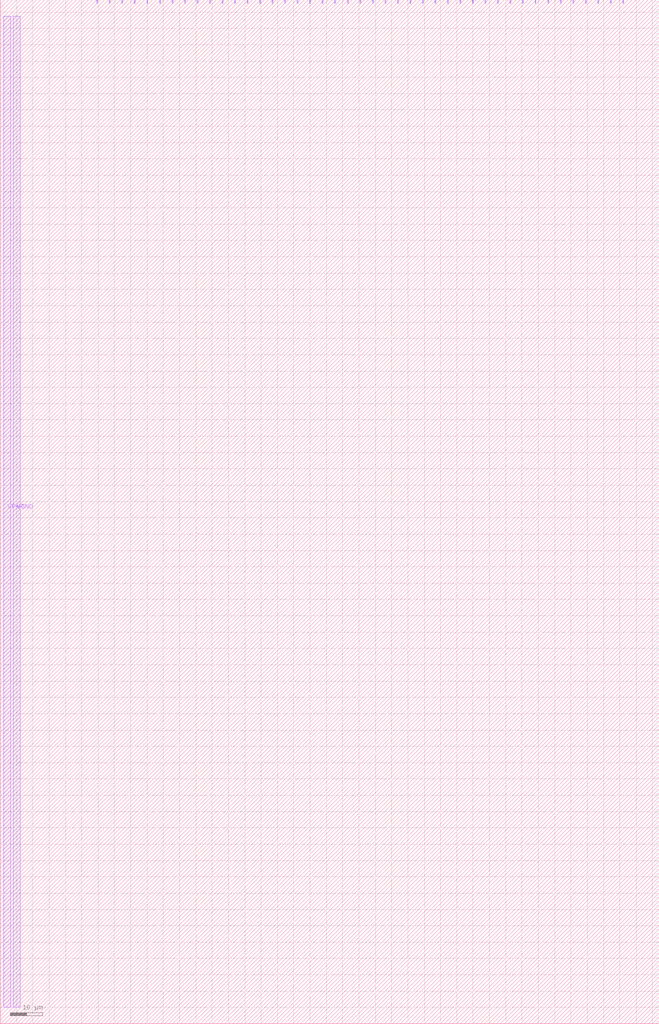
<source format=lef>
VERSION 5.7 ;
  NOWIREEXTENSIONATPIN ON ;
  DIVIDERCHAR "/" ;
  BUSBITCHARS "[]" ;
MACRO tt_um_dpi_adexp
  CLASS BLOCK ;
  FOREIGN tt_um_dpi_adexp ;
  ORIGIN 0.000 0.000 ;
  SIZE 202.080 BY 313.740 ;
  PIN clk
    DIRECTION INPUT ;
    USE SIGNAL ;
    PORT
      LAYER Metal5 ;
        RECT 187.050 312.740 187.350 313.740 ;
    END
  END clk
  PIN ena
    DIRECTION INPUT ;
    USE SIGNAL ;
    PORT
      LAYER Metal5 ;
        RECT 190.890 312.740 191.190 313.740 ;
    END
  END ena
  PIN rst_n
    DIRECTION INPUT ;
    USE SIGNAL ;
    PORT
      LAYER Metal5 ;
        RECT 183.210 312.740 183.510 313.740 ;
    END
  END rst_n
  PIN ui_in[0]
    DIRECTION INPUT ;
    USE SIGNAL ;
    PORT
      LAYER Metal5 ;
        RECT 179.370 312.740 179.670 313.740 ;
    END
  END ui_in[0]
  PIN ui_in[1]
    DIRECTION INPUT ;
    USE SIGNAL ;
    PORT
      LAYER Metal5 ;
        RECT 175.530 312.740 175.830 313.740 ;
    END
  END ui_in[1]
  PIN ui_in[2]
    DIRECTION INPUT ;
    USE SIGNAL ;
    PORT
      LAYER Metal5 ;
        RECT 171.690 312.740 171.990 313.740 ;
    END
  END ui_in[2]
  PIN ui_in[3]
    DIRECTION INPUT ;
    USE SIGNAL ;
    PORT
      LAYER Metal5 ;
        RECT 167.850 312.740 168.150 313.740 ;
    END
  END ui_in[3]
  PIN ui_in[4]
    DIRECTION INPUT ;
    USE SIGNAL ;
    PORT
      LAYER Metal5 ;
        RECT 164.010 312.740 164.310 313.740 ;
    END
  END ui_in[4]
  PIN ui_in[5]
    DIRECTION INPUT ;
    USE SIGNAL ;
    PORT
      LAYER Metal5 ;
        RECT 160.170 312.740 160.470 313.740 ;
    END
  END ui_in[5]
  PIN ui_in[6]
    DIRECTION INPUT ;
    USE SIGNAL ;
    PORT
      LAYER Metal5 ;
        RECT 156.330 312.740 156.630 313.740 ;
    END
  END ui_in[6]
  PIN ui_in[7]
    DIRECTION INPUT ;
    USE SIGNAL ;
    PORT
      LAYER Metal5 ;
        RECT 152.490 312.740 152.790 313.740 ;
    END
  END ui_in[7]
  PIN uio_in[0]
    DIRECTION INPUT ;
    USE SIGNAL ;
    PORT
      LAYER Metal5 ;
        RECT 148.650 312.740 148.950 313.740 ;
    END
  END uio_in[0]
  PIN uio_in[1]
    DIRECTION INPUT ;
    USE SIGNAL ;
    PORT
      LAYER Metal5 ;
        RECT 144.810 312.740 145.110 313.740 ;
    END
  END uio_in[1]
  PIN uio_in[2]
    DIRECTION INPUT ;
    USE SIGNAL ;
    PORT
      LAYER Metal5 ;
        RECT 140.970 312.740 141.270 313.740 ;
    END
  END uio_in[2]
  PIN uio_in[3]
    DIRECTION INPUT ;
    USE SIGNAL ;
    PORT
      LAYER Metal5 ;
        RECT 137.130 312.740 137.430 313.740 ;
    END
  END uio_in[3]
  PIN uio_in[4]
    DIRECTION INPUT ;
    USE SIGNAL ;
    PORT
      LAYER Metal5 ;
        RECT 133.290 312.740 133.590 313.740 ;
    END
  END uio_in[4]
  PIN uio_in[5]
    DIRECTION INPUT ;
    USE SIGNAL ;
    PORT
      LAYER Metal5 ;
        RECT 129.450 312.740 129.750 313.740 ;
    END
  END uio_in[5]
  PIN uio_in[6]
    DIRECTION INPUT ;
    USE SIGNAL ;
    PORT
      LAYER Metal5 ;
        RECT 125.610 312.740 125.910 313.740 ;
    END
  END uio_in[6]
  PIN uio_in[7]
    DIRECTION INPUT ;
    USE SIGNAL ;
    PORT
      LAYER Metal5 ;
        RECT 121.770 312.740 122.070 313.740 ;
    END
  END uio_in[7]
  PIN uio_oe[0]
    DIRECTION OUTPUT ;
    USE SIGNAL ;
    PORT
      LAYER Metal5 ;
        RECT 56.490 312.740 56.790 313.740 ;
    END
  END uio_oe[0]
  PIN uio_oe[1]
    DIRECTION OUTPUT ;
    USE SIGNAL ;
    PORT
      LAYER Metal5 ;
        RECT 52.650 312.740 52.950 313.740 ;
    END
  END uio_oe[1]
  PIN uio_oe[2]
    DIRECTION OUTPUT ;
    USE SIGNAL ;
    PORT
      LAYER Metal5 ;
        RECT 48.810 312.740 49.110 313.740 ;
    END
  END uio_oe[2]
  PIN uio_oe[3]
    DIRECTION OUTPUT ;
    USE SIGNAL ;
    PORT
      LAYER Metal5 ;
        RECT 44.970 312.740 45.270 313.740 ;
    END
  END uio_oe[3]
  PIN uio_oe[4]
    DIRECTION OUTPUT ;
    USE SIGNAL ;
    PORT
      LAYER Metal5 ;
        RECT 41.130 312.740 41.430 313.740 ;
    END
  END uio_oe[4]
  PIN uio_oe[5]
    DIRECTION OUTPUT ;
    USE SIGNAL ;
    PORT
      LAYER Metal5 ;
        RECT 37.290 312.740 37.590 313.740 ;
    END
  END uio_oe[5]
  PIN uio_oe[6]
    DIRECTION OUTPUT ;
    USE SIGNAL ;
    PORT
      LAYER Metal5 ;
        RECT 33.450 312.740 33.750 313.740 ;
    END
  END uio_oe[6]
  PIN uio_oe[7]
    DIRECTION OUTPUT ;
    USE SIGNAL ;
    PORT
      LAYER Metal5 ;
        RECT 29.610 312.740 29.910 313.740 ;
    END
  END uio_oe[7]
  PIN uio_out[0]
    DIRECTION OUTPUT ;
    USE SIGNAL ;
    PORT
      LAYER Metal5 ;
        RECT 87.210 312.740 87.510 313.740 ;
    END
  END uio_out[0]
  PIN uio_out[1]
    DIRECTION OUTPUT ;
    USE SIGNAL ;
    PORT
      LAYER Metal5 ;
        RECT 83.370 312.740 83.670 313.740 ;
    END
  END uio_out[1]
  PIN uio_out[2]
    DIRECTION OUTPUT ;
    USE SIGNAL ;
    PORT
      LAYER Metal5 ;
        RECT 79.530 312.740 79.830 313.740 ;
    END
  END uio_out[2]
  PIN uio_out[3]
    DIRECTION OUTPUT ;
    USE SIGNAL ;
    PORT
      LAYER Metal5 ;
        RECT 75.690 312.740 75.990 313.740 ;
    END
  END uio_out[3]
  PIN uio_out[4]
    DIRECTION OUTPUT ;
    USE SIGNAL ;
    PORT
      LAYER Metal5 ;
        RECT 71.850 312.740 72.150 313.740 ;
    END
  END uio_out[4]
  PIN uio_out[5]
    DIRECTION OUTPUT ;
    USE SIGNAL ;
    PORT
      LAYER Metal5 ;
        RECT 68.010 312.740 68.310 313.740 ;
    END
  END uio_out[5]
  PIN uio_out[6]
    DIRECTION OUTPUT ;
    USE SIGNAL ;
    PORT
      LAYER Metal5 ;
        RECT 64.170 312.740 64.470 313.740 ;
    END
  END uio_out[6]
  PIN uio_out[7]
    DIRECTION OUTPUT ;
    USE SIGNAL ;
    PORT
      LAYER Metal5 ;
        RECT 60.330 312.740 60.630 313.740 ;
    END
  END uio_out[7]
  PIN uo_out[0]
    DIRECTION OUTPUT ;
    USE SIGNAL ;
    PORT
      LAYER Metal5 ;
        RECT 117.930 312.740 118.230 313.740 ;
    END
  END uo_out[0]
  PIN uo_out[1]
    DIRECTION OUTPUT ;
    USE SIGNAL ;
    PORT
      LAYER Metal5 ;
        RECT 114.090 312.740 114.390 313.740 ;
    END
  END uo_out[1]
  PIN uo_out[2]
    DIRECTION OUTPUT ;
    USE SIGNAL ;
    PORT
      LAYER Metal5 ;
        RECT 110.250 312.740 110.550 313.740 ;
    END
  END uo_out[2]
  PIN uo_out[3]
    DIRECTION OUTPUT ;
    USE SIGNAL ;
    PORT
      LAYER Metal5 ;
        RECT 106.410 312.740 106.710 313.740 ;
    END
  END uo_out[3]
  PIN uo_out[4]
    DIRECTION OUTPUT ;
    USE SIGNAL ;
    PORT
      LAYER Metal5 ;
        RECT 102.570 312.740 102.870 313.740 ;
    END
  END uo_out[4]
  PIN uo_out[5]
    DIRECTION OUTPUT ;
    USE SIGNAL ;
    PORT
      LAYER Metal5 ;
        RECT 98.730 312.740 99.030 313.740 ;
    END
  END uo_out[5]
  PIN uo_out[6]
    DIRECTION OUTPUT ;
    USE SIGNAL ;
    PORT
      LAYER Metal5 ;
        RECT 94.890 312.740 95.190 313.740 ;
    END
  END uo_out[6]
  PIN uo_out[7]
    DIRECTION OUTPUT ;
    USE SIGNAL ;
    PORT
      LAYER Metal5 ;
        RECT 91.050 312.740 91.350 313.740 ;
    END
  END uo_out[7]
  PIN VPWR
    DIRECTION INOUT ;
    USE POWER ;
    PORT
      LAYER Metal5 ;
        RECT 1.000 5.000 3.200 308.740 ;
    END
  END VPWR
  PIN VGND
    DIRECTION INOUT ;
    USE GROUND ;
    PORT
      LAYER Metal5 ;
        RECT 4.000 5.000 6.200 308.740 ;
    END
  END VGND
END tt_um_dpi_adexp
END LIBRARY


</source>
